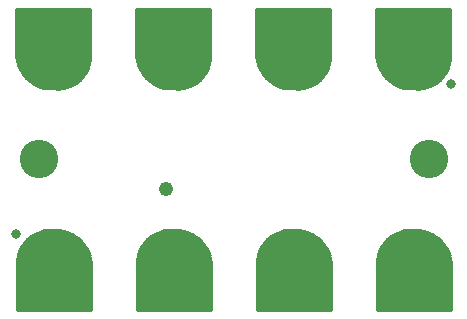
<source format=gbs>
G75*
%MOIN*%
%OFA0B0*%
%FSLAX25Y25*%
%IPPOS*%
%LPD*%
%AMOC8*
5,1,8,0,0,1.08239X$1,22.5*
%
%ADD10C,0.12800*%
%ADD11C,0.03300*%
%ADD12C,0.04800*%
%ADD13C,0.20800*%
%ADD14C,0.01000*%
D10*
X0103333Y0331400D03*
X0233333Y0331400D03*
D11*
X0240833Y0356400D03*
X0095833Y0306400D03*
D12*
X0145833Y0321400D03*
D13*
X0148333Y0295400D03*
X0188333Y0295400D03*
X0228333Y0295400D03*
X0228333Y0367400D03*
X0188333Y0367400D03*
X0148333Y0367400D03*
X0108333Y0367400D03*
X0108333Y0295400D03*
D14*
X0096033Y0296200D02*
X0096033Y0281200D01*
X0120833Y0281200D01*
X0120833Y0296600D01*
X0120628Y0298273D01*
X0120186Y0299900D01*
X0119518Y0301448D01*
X0118636Y0302884D01*
X0117558Y0304181D01*
X0116307Y0305311D01*
X0114908Y0306251D01*
X0113389Y0306983D01*
X0111782Y0307491D01*
X0110119Y0307765D01*
X0108433Y0307800D01*
X0106833Y0307846D01*
X0105243Y0307666D01*
X0103694Y0307262D01*
X0102218Y0306643D01*
X0100845Y0305821D01*
X0099601Y0304813D01*
X0098513Y0303640D01*
X0097602Y0302324D01*
X0096886Y0300893D01*
X0096380Y0299374D01*
X0096094Y0297799D01*
X0096033Y0296200D01*
X0096040Y0296378D02*
X0120833Y0296378D01*
X0120833Y0295379D02*
X0096033Y0295379D01*
X0096033Y0294381D02*
X0120833Y0294381D01*
X0120833Y0293382D02*
X0096033Y0293382D01*
X0096033Y0292384D02*
X0120833Y0292384D01*
X0120833Y0291385D02*
X0096033Y0291385D01*
X0096033Y0290387D02*
X0120833Y0290387D01*
X0120833Y0289388D02*
X0096033Y0289388D01*
X0096033Y0288390D02*
X0120833Y0288390D01*
X0120833Y0287391D02*
X0096033Y0287391D01*
X0096033Y0286393D02*
X0120833Y0286393D01*
X0120833Y0285394D02*
X0096033Y0285394D01*
X0096033Y0284396D02*
X0120833Y0284396D01*
X0120833Y0283397D02*
X0096033Y0283397D01*
X0096033Y0282399D02*
X0120833Y0282399D01*
X0120833Y0281400D02*
X0096033Y0281400D01*
X0096078Y0297376D02*
X0120738Y0297376D01*
X0120600Y0298375D02*
X0096198Y0298375D01*
X0096380Y0299373D02*
X0120329Y0299373D01*
X0119983Y0300372D02*
X0096712Y0300372D01*
X0097125Y0301370D02*
X0119551Y0301370D01*
X0118952Y0302369D02*
X0097633Y0302369D01*
X0098324Y0303367D02*
X0118234Y0303367D01*
X0117353Y0304366D02*
X0099186Y0304366D01*
X0100281Y0305364D02*
X0116228Y0305364D01*
X0114677Y0306363D02*
X0101750Y0306363D01*
X0104076Y0307361D02*
X0112193Y0307361D01*
X0136380Y0299374D02*
X0136094Y0297799D01*
X0136033Y0296200D01*
X0136033Y0281200D01*
X0160833Y0281200D01*
X0160833Y0296600D01*
X0160628Y0298273D01*
X0160186Y0299900D01*
X0159518Y0301448D01*
X0158636Y0302884D01*
X0157558Y0304181D01*
X0156307Y0305311D01*
X0154908Y0306251D01*
X0153389Y0306983D01*
X0151782Y0307491D01*
X0150119Y0307765D01*
X0148433Y0307800D01*
X0146833Y0307846D01*
X0145243Y0307666D01*
X0143694Y0307262D01*
X0142218Y0306643D01*
X0140845Y0305821D01*
X0139601Y0304813D01*
X0138513Y0303640D01*
X0137602Y0302324D01*
X0136886Y0300893D01*
X0136380Y0299374D01*
X0136380Y0299373D02*
X0160329Y0299373D01*
X0160600Y0298375D02*
X0136198Y0298375D01*
X0136078Y0297376D02*
X0160738Y0297376D01*
X0160833Y0296378D02*
X0136040Y0296378D01*
X0136033Y0295379D02*
X0160833Y0295379D01*
X0160833Y0294381D02*
X0136033Y0294381D01*
X0136033Y0293382D02*
X0160833Y0293382D01*
X0160833Y0292384D02*
X0136033Y0292384D01*
X0136033Y0291385D02*
X0160833Y0291385D01*
X0160833Y0290387D02*
X0136033Y0290387D01*
X0136033Y0289388D02*
X0160833Y0289388D01*
X0160833Y0288390D02*
X0136033Y0288390D01*
X0136033Y0287391D02*
X0160833Y0287391D01*
X0160833Y0286393D02*
X0136033Y0286393D01*
X0136033Y0285394D02*
X0160833Y0285394D01*
X0160833Y0284396D02*
X0136033Y0284396D01*
X0136033Y0283397D02*
X0160833Y0283397D01*
X0160833Y0282399D02*
X0136033Y0282399D01*
X0136033Y0281400D02*
X0160833Y0281400D01*
X0176033Y0281400D02*
X0200833Y0281400D01*
X0200833Y0281200D02*
X0200833Y0296600D01*
X0200628Y0298273D01*
X0200186Y0299900D01*
X0199518Y0301448D01*
X0198636Y0302884D01*
X0197558Y0304181D01*
X0196307Y0305311D01*
X0194908Y0306251D01*
X0193389Y0306983D01*
X0191782Y0307491D01*
X0190119Y0307765D01*
X0188433Y0307800D01*
X0186833Y0307846D01*
X0185243Y0307666D01*
X0183694Y0307262D01*
X0182218Y0306643D01*
X0180845Y0305821D01*
X0179601Y0304813D01*
X0178513Y0303640D01*
X0177602Y0302324D01*
X0176886Y0300893D01*
X0176380Y0299374D01*
X0176094Y0297799D01*
X0176033Y0296200D01*
X0176033Y0281200D01*
X0200833Y0281200D01*
X0200833Y0282399D02*
X0176033Y0282399D01*
X0176033Y0283397D02*
X0200833Y0283397D01*
X0200833Y0284396D02*
X0176033Y0284396D01*
X0176033Y0285394D02*
X0200833Y0285394D01*
X0200833Y0286393D02*
X0176033Y0286393D01*
X0176033Y0287391D02*
X0200833Y0287391D01*
X0200833Y0288390D02*
X0176033Y0288390D01*
X0176033Y0289388D02*
X0200833Y0289388D01*
X0200833Y0290387D02*
X0176033Y0290387D01*
X0176033Y0291385D02*
X0200833Y0291385D01*
X0200833Y0292384D02*
X0176033Y0292384D01*
X0176033Y0293382D02*
X0200833Y0293382D01*
X0200833Y0294381D02*
X0176033Y0294381D01*
X0176033Y0295379D02*
X0200833Y0295379D01*
X0200833Y0296378D02*
X0176040Y0296378D01*
X0176078Y0297376D02*
X0200738Y0297376D01*
X0200600Y0298375D02*
X0176198Y0298375D01*
X0176380Y0299373D02*
X0200329Y0299373D01*
X0199983Y0300372D02*
X0176712Y0300372D01*
X0177125Y0301370D02*
X0199551Y0301370D01*
X0198952Y0302369D02*
X0177633Y0302369D01*
X0178324Y0303367D02*
X0198234Y0303367D01*
X0197353Y0304366D02*
X0179186Y0304366D01*
X0180281Y0305364D02*
X0196228Y0305364D01*
X0194677Y0306363D02*
X0181750Y0306363D01*
X0184076Y0307361D02*
X0192193Y0307361D01*
X0216094Y0297799D02*
X0216033Y0296200D01*
X0216033Y0281200D01*
X0240833Y0281200D01*
X0240833Y0296600D01*
X0240628Y0298273D01*
X0240186Y0299900D01*
X0239518Y0301448D01*
X0238636Y0302884D01*
X0237558Y0304181D01*
X0236307Y0305311D01*
X0234908Y0306251D01*
X0233389Y0306983D01*
X0231782Y0307491D01*
X0230119Y0307765D01*
X0228433Y0307800D01*
X0226833Y0307846D01*
X0225243Y0307666D01*
X0223694Y0307262D01*
X0222218Y0306643D01*
X0220845Y0305821D01*
X0219601Y0304813D01*
X0218513Y0303640D01*
X0217602Y0302324D01*
X0216886Y0300893D01*
X0216380Y0299374D01*
X0216094Y0297799D01*
X0216078Y0297376D02*
X0240738Y0297376D01*
X0240833Y0296378D02*
X0216040Y0296378D01*
X0216033Y0295379D02*
X0240833Y0295379D01*
X0240833Y0294381D02*
X0216033Y0294381D01*
X0216033Y0293382D02*
X0240833Y0293382D01*
X0240833Y0292384D02*
X0216033Y0292384D01*
X0216033Y0291385D02*
X0240833Y0291385D01*
X0240833Y0290387D02*
X0216033Y0290387D01*
X0216033Y0289388D02*
X0240833Y0289388D01*
X0240833Y0288390D02*
X0216033Y0288390D01*
X0216033Y0287391D02*
X0240833Y0287391D01*
X0240833Y0286393D02*
X0216033Y0286393D01*
X0216033Y0285394D02*
X0240833Y0285394D01*
X0240833Y0284396D02*
X0216033Y0284396D01*
X0216033Y0283397D02*
X0240833Y0283397D01*
X0240833Y0282399D02*
X0216033Y0282399D01*
X0216033Y0281400D02*
X0240833Y0281400D01*
X0240600Y0298375D02*
X0216198Y0298375D01*
X0216380Y0299373D02*
X0240329Y0299373D01*
X0239983Y0300372D02*
X0216712Y0300372D01*
X0217125Y0301370D02*
X0239551Y0301370D01*
X0238952Y0302369D02*
X0217633Y0302369D01*
X0218324Y0303367D02*
X0238234Y0303367D01*
X0237353Y0304366D02*
X0219186Y0304366D01*
X0220281Y0305364D02*
X0236228Y0305364D01*
X0234677Y0306363D02*
X0221750Y0306363D01*
X0224076Y0307361D02*
X0232193Y0307361D01*
X0229833Y0354954D02*
X0228233Y0355000D01*
X0226548Y0355035D01*
X0224885Y0355309D01*
X0223277Y0355817D01*
X0221759Y0356549D01*
X0220359Y0357489D01*
X0219108Y0358619D01*
X0218031Y0359916D01*
X0217149Y0361352D01*
X0216480Y0362900D01*
X0216039Y0364527D01*
X0215833Y0366200D01*
X0215833Y0381600D01*
X0240633Y0381600D01*
X0240633Y0366600D01*
X0240573Y0365001D01*
X0240287Y0363426D01*
X0239781Y0361907D01*
X0239065Y0360476D01*
X0238153Y0359160D01*
X0237065Y0357987D01*
X0235822Y0356979D01*
X0234448Y0356157D01*
X0232972Y0355538D01*
X0231423Y0355134D01*
X0229833Y0354954D01*
X0232020Y0355290D02*
X0225000Y0355290D01*
X0222299Y0356288D02*
X0234667Y0356288D01*
X0236202Y0357287D02*
X0220661Y0357287D01*
X0219478Y0358285D02*
X0237342Y0358285D01*
X0238239Y0359284D02*
X0218556Y0359284D01*
X0217806Y0360282D02*
X0238931Y0360282D01*
X0239467Y0361281D02*
X0217193Y0361281D01*
X0216748Y0362279D02*
X0239905Y0362279D01*
X0240237Y0363278D02*
X0216378Y0363278D01*
X0216107Y0364276D02*
X0240441Y0364276D01*
X0240583Y0365275D02*
X0215947Y0365275D01*
X0215833Y0366273D02*
X0240621Y0366273D01*
X0240633Y0367272D02*
X0215833Y0367272D01*
X0215833Y0368270D02*
X0240633Y0368270D01*
X0240633Y0369269D02*
X0215833Y0369269D01*
X0215833Y0370268D02*
X0240633Y0370268D01*
X0240633Y0371266D02*
X0215833Y0371266D01*
X0215833Y0372265D02*
X0240633Y0372265D01*
X0240633Y0373263D02*
X0215833Y0373263D01*
X0215833Y0374262D02*
X0240633Y0374262D01*
X0240633Y0375260D02*
X0215833Y0375260D01*
X0215833Y0376259D02*
X0240633Y0376259D01*
X0240633Y0377257D02*
X0215833Y0377257D01*
X0215833Y0378256D02*
X0240633Y0378256D01*
X0240633Y0379254D02*
X0215833Y0379254D01*
X0215833Y0380253D02*
X0240633Y0380253D01*
X0240633Y0381251D02*
X0215833Y0381251D01*
X0200633Y0381251D02*
X0175833Y0381251D01*
X0175833Y0381600D02*
X0175833Y0366200D01*
X0176039Y0364527D01*
X0176480Y0362900D01*
X0177149Y0361352D01*
X0178031Y0359916D01*
X0179108Y0358619D01*
X0180359Y0357489D01*
X0181759Y0356549D01*
X0183277Y0355817D01*
X0184885Y0355309D01*
X0186548Y0355035D01*
X0188233Y0355000D01*
X0189833Y0354954D01*
X0191423Y0355134D01*
X0192972Y0355538D01*
X0194448Y0356157D01*
X0195822Y0356979D01*
X0197065Y0357987D01*
X0198153Y0359160D01*
X0199065Y0360476D01*
X0199781Y0361907D01*
X0200287Y0363426D01*
X0200573Y0365001D01*
X0200633Y0366600D01*
X0200633Y0381600D01*
X0175833Y0381600D01*
X0175833Y0380253D02*
X0200633Y0380253D01*
X0200633Y0379254D02*
X0175833Y0379254D01*
X0175833Y0378256D02*
X0200633Y0378256D01*
X0200633Y0377257D02*
X0175833Y0377257D01*
X0175833Y0376259D02*
X0200633Y0376259D01*
X0200633Y0375260D02*
X0175833Y0375260D01*
X0175833Y0374262D02*
X0200633Y0374262D01*
X0200633Y0373263D02*
X0175833Y0373263D01*
X0175833Y0372265D02*
X0200633Y0372265D01*
X0200633Y0371266D02*
X0175833Y0371266D01*
X0175833Y0370268D02*
X0200633Y0370268D01*
X0200633Y0369269D02*
X0175833Y0369269D01*
X0175833Y0368270D02*
X0200633Y0368270D01*
X0200633Y0367272D02*
X0175833Y0367272D01*
X0175833Y0366273D02*
X0200621Y0366273D01*
X0200583Y0365275D02*
X0175947Y0365275D01*
X0176107Y0364276D02*
X0200441Y0364276D01*
X0200237Y0363278D02*
X0176378Y0363278D01*
X0176748Y0362279D02*
X0199905Y0362279D01*
X0199467Y0361281D02*
X0177193Y0361281D01*
X0177806Y0360282D02*
X0198931Y0360282D01*
X0198239Y0359284D02*
X0178556Y0359284D01*
X0179478Y0358285D02*
X0197342Y0358285D01*
X0196202Y0357287D02*
X0180661Y0357287D01*
X0182299Y0356288D02*
X0194667Y0356288D01*
X0192020Y0355290D02*
X0185000Y0355290D01*
X0160287Y0363426D02*
X0159781Y0361907D01*
X0159065Y0360476D01*
X0158153Y0359160D01*
X0157065Y0357987D01*
X0155822Y0356979D01*
X0154448Y0356157D01*
X0152972Y0355538D01*
X0151423Y0355134D01*
X0149833Y0354954D01*
X0148233Y0355000D01*
X0146548Y0355035D01*
X0144885Y0355309D01*
X0143277Y0355817D01*
X0141759Y0356549D01*
X0140359Y0357489D01*
X0139108Y0358619D01*
X0138031Y0359916D01*
X0137149Y0361352D01*
X0136480Y0362900D01*
X0136039Y0364527D01*
X0135833Y0366200D01*
X0135833Y0381600D01*
X0160633Y0381600D01*
X0160633Y0366600D01*
X0160573Y0365001D01*
X0160287Y0363426D01*
X0160237Y0363278D02*
X0136378Y0363278D01*
X0136107Y0364276D02*
X0160441Y0364276D01*
X0160583Y0365275D02*
X0135947Y0365275D01*
X0135833Y0366273D02*
X0160621Y0366273D01*
X0160633Y0367272D02*
X0135833Y0367272D01*
X0135833Y0368270D02*
X0160633Y0368270D01*
X0160633Y0369269D02*
X0135833Y0369269D01*
X0135833Y0370268D02*
X0160633Y0370268D01*
X0160633Y0371266D02*
X0135833Y0371266D01*
X0135833Y0372265D02*
X0160633Y0372265D01*
X0160633Y0373263D02*
X0135833Y0373263D01*
X0135833Y0374262D02*
X0160633Y0374262D01*
X0160633Y0375260D02*
X0135833Y0375260D01*
X0135833Y0376259D02*
X0160633Y0376259D01*
X0160633Y0377257D02*
X0135833Y0377257D01*
X0135833Y0378256D02*
X0160633Y0378256D01*
X0160633Y0379254D02*
X0135833Y0379254D01*
X0135833Y0380253D02*
X0160633Y0380253D01*
X0160633Y0381251D02*
X0135833Y0381251D01*
X0120633Y0381251D02*
X0095833Y0381251D01*
X0095833Y0381600D02*
X0095833Y0366200D01*
X0096039Y0364527D01*
X0096480Y0362900D01*
X0097149Y0361352D01*
X0098031Y0359916D01*
X0099108Y0358619D01*
X0100359Y0357489D01*
X0101759Y0356549D01*
X0103277Y0355817D01*
X0104885Y0355309D01*
X0106548Y0355035D01*
X0108233Y0355000D01*
X0109833Y0354954D01*
X0111423Y0355134D01*
X0112972Y0355538D01*
X0114448Y0356157D01*
X0115822Y0356979D01*
X0117065Y0357987D01*
X0118153Y0359160D01*
X0119065Y0360476D01*
X0119781Y0361907D01*
X0120287Y0363426D01*
X0120573Y0365001D01*
X0120633Y0366600D01*
X0120633Y0381600D01*
X0095833Y0381600D01*
X0095833Y0380253D02*
X0120633Y0380253D01*
X0120633Y0379254D02*
X0095833Y0379254D01*
X0095833Y0378256D02*
X0120633Y0378256D01*
X0120633Y0377257D02*
X0095833Y0377257D01*
X0095833Y0376259D02*
X0120633Y0376259D01*
X0120633Y0375260D02*
X0095833Y0375260D01*
X0095833Y0374262D02*
X0120633Y0374262D01*
X0120633Y0373263D02*
X0095833Y0373263D01*
X0095833Y0372265D02*
X0120633Y0372265D01*
X0120633Y0371266D02*
X0095833Y0371266D01*
X0095833Y0370268D02*
X0120633Y0370268D01*
X0120633Y0369269D02*
X0095833Y0369269D01*
X0095833Y0368270D02*
X0120633Y0368270D01*
X0120633Y0367272D02*
X0095833Y0367272D01*
X0095833Y0366273D02*
X0120621Y0366273D01*
X0120583Y0365275D02*
X0095947Y0365275D01*
X0096107Y0364276D02*
X0120441Y0364276D01*
X0120237Y0363278D02*
X0096378Y0363278D01*
X0096748Y0362279D02*
X0119905Y0362279D01*
X0119467Y0361281D02*
X0097193Y0361281D01*
X0097806Y0360282D02*
X0118931Y0360282D01*
X0118239Y0359284D02*
X0098556Y0359284D01*
X0099478Y0358285D02*
X0117342Y0358285D01*
X0116202Y0357287D02*
X0100661Y0357287D01*
X0102299Y0356288D02*
X0114667Y0356288D01*
X0112020Y0355290D02*
X0105000Y0355290D01*
X0136748Y0362279D02*
X0159905Y0362279D01*
X0159467Y0361281D02*
X0137193Y0361281D01*
X0137806Y0360282D02*
X0158931Y0360282D01*
X0158239Y0359284D02*
X0138556Y0359284D01*
X0139478Y0358285D02*
X0157342Y0358285D01*
X0156202Y0357287D02*
X0140661Y0357287D01*
X0142299Y0356288D02*
X0154667Y0356288D01*
X0152020Y0355290D02*
X0145000Y0355290D01*
X0144076Y0307361D02*
X0152193Y0307361D01*
X0154677Y0306363D02*
X0141750Y0306363D01*
X0140281Y0305364D02*
X0156228Y0305364D01*
X0157353Y0304366D02*
X0139186Y0304366D01*
X0138324Y0303367D02*
X0158234Y0303367D01*
X0158952Y0302369D02*
X0137633Y0302369D01*
X0137125Y0301370D02*
X0159551Y0301370D01*
X0159983Y0300372D02*
X0136712Y0300372D01*
M02*

</source>
